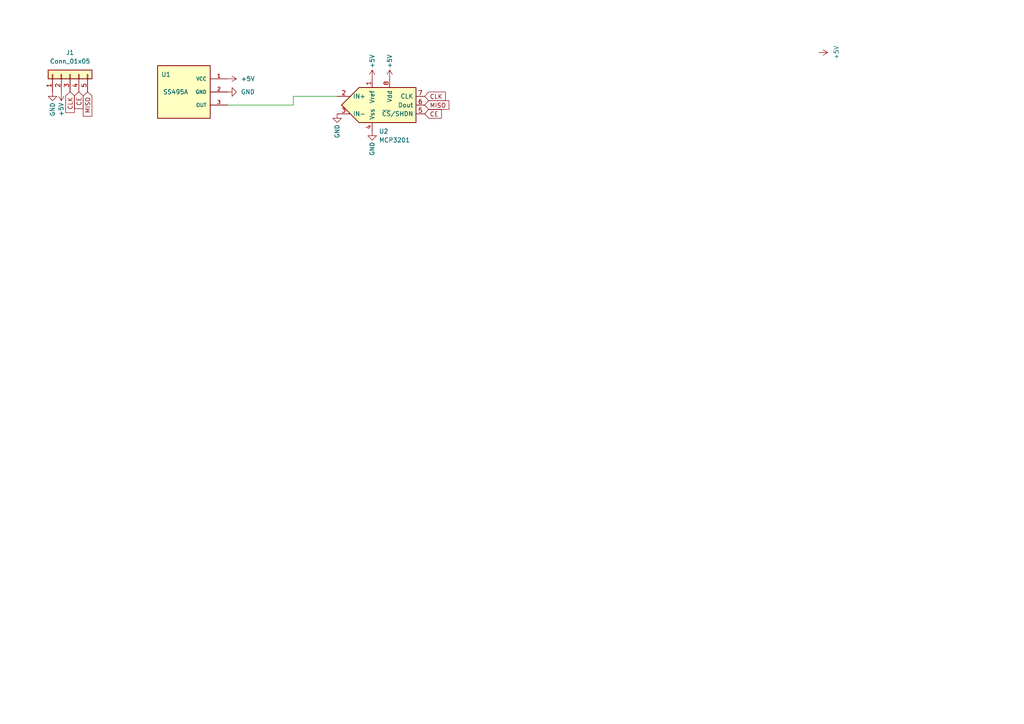
<source format=kicad_sch>
(kicad_sch (version 20230121) (generator eeschema)
  (paper "A4")
  (lib_symbols
    (symbol "+5V_1" (power) (pin_names (offset 0))
      (property "Value" "+5V_1" (at 0 3.556 0))
      (symbol "+5V_1_0_1"
        (polyline (pts (xy -0.762 1.27) (xy 0 2.54)))
        (polyline (pts (xy 0 0) (xy 0 2.54)))
        (polyline (pts (xy 0 2.54) (xy 0.762 1.27)))
      )
      (symbol "+5V_1_1_1"
        (pin power_in line (at 0 0 90) (length 0) hide (name "+5V") (number "1"))
      )
    )
    (symbol "Analog_ADC:MCP3201" (pin_names (offset 0.762))
      (property "Reference" "U" (at 3.81 8.89 0))
      (property "Value" "MCP3201" (at 3.81 6.35 0))
      (symbol "MCP3201_0_0"
        (polyline (pts (xy -11.43 0) (xy -6.35 5.08) (xy 10.16 5.08) (xy 10.16 -5.08) (xy -6.35 -5.08) (xy -11.43 0)) (stroke (width 0.254)) (fill (type background)))
      )
      (symbol "MCP3201_1_1"
        (pin power_in line (at -2.54 7.62 270) (length 2.54) (name "Vref") (number "1"))
        (pin input line (at -12.7 2.54 0) (length 3.81) (name "IN+") (number "2"))
        (pin input line (at -12.7 -2.54 0) (length 3.81) (name "IN-") (number "3"))
        (pin power_in line (at -2.54 -7.62 90) (length 2.54) (name "Vss") (number "4"))
        (pin input line (at 12.7 -2.54 180) (length 2.54) (name "~{CS}/SHDN") (number "5"))
        (pin output line (at 12.7 0 180) (length 2.54) (name "Dout") (number "6"))
        (pin input line (at 12.7 2.54 180) (length 2.54) (name "CLK") (number "7"))
        (pin power_in line (at 2.54 7.62 270) (length 2.54) (name "Vdd") (number "8"))
      )
    )
    (symbol "Connector_Generic:Conn_01x05" (pin_names (offset 1.016) hide)
      (property "Reference" "J" (at 0 7.62 0))
      (property "Value" "Conn_01x05" (at 0 -7.62 0))
      (symbol "Conn_01x05_1_1"
        (rectangle (start -1.27 -4.953) (end 0 -5.207) (stroke (width 0.1524)))
        (rectangle (start -1.27 -2.413) (end 0 -2.667) (stroke (width 0.1524)))
        (rectangle (start -1.27 0.127) (end 0 -0.127) (stroke (width 0.1524)))
        (rectangle (start -1.27 2.667) (end 0 2.413) (stroke (width 0.1524)))
        (rectangle (start -1.27 5.207) (end 0 4.953) (stroke (width 0.1524)))
        (rectangle (start -1.27 6.35) (end 1.27 -6.35) (stroke (width 0.254)) (fill (type background)))
        (pin passive line (at -5.08 5.08 0) (length 3.81) (name "Pin_1") (number "1"))
        (pin passive line (at -5.08 2.54 0) (length 3.81) (name "Pin_2") (number "2"))
        (pin passive line (at -5.08 0 0) (length 3.81) (name "Pin_3") (number "3"))
        (pin passive line (at -5.08 -2.54 0) (length 3.81) (name "Pin_4") (number "4"))
        (pin passive line (at -5.08 -5.08 0) (length 3.81) (name "Pin_5") (number "5"))
      )
    )
    (symbol "GND_1" (power) (pin_names (offset 0))
      (property "Value" "GND_1" (at 0 -3.81 0))
      (symbol "GND_1_0_1"
        (polyline (pts (xy 0 0) (xy 0 -1.27) (xy 1.27 -1.27) (xy 0 -2.54) (xy -1.27 -1.27) (xy 0 -1.27)))
      )
      (symbol "GND_1_1_1"
        (pin power_in line (at 0 0 270) (length 0) hide (name "GND") (number "1"))
      )
    )
    (symbol "SS495A:SS495A" (pin_names (offset 1.016))
      (property "Reference" "U1" (at -3.81 5.08 0))
      (property "Value" "SS495A" (at 1.27 0 0))
      (symbol "SS495A_0_0"
        (rectangle (start -7.62 -7.62) (end 7.62 7.62) (stroke (width 0.254)) (fill (type background)))
        (pin power_in line (at 12.7 3.81 180) (length 5.08) (name "VCC") (number "1"))
        (pin power_in line (at 12.7 0 180) (length 5.08) (name "GND") (number "2"))
        (pin output line (at 12.7 -3.81 180) (length 5.08) (name "OUT") (number "3"))
      )
    )
    (symbol "power:+5V" (power) (pin_names (offset 0))
      (property "Value" "+5V" (at 0 3.556 0))
      (symbol "+5V_0_1"
        (polyline (pts (xy -0.762 1.27) (xy 0 2.54)))
        (polyline (pts (xy 0 0) (xy 0 2.54)))
        (polyline (pts (xy 0 2.54) (xy 0.762 1.27)))
      )
      (symbol "+5V_1_1"
        (pin power_in line (at 0 0 90) (length 0) hide (name "+5V") (number "1"))
      )
    )
    (symbol "power:GND" (power) (pin_names (offset 0))
      (property "Value" "GND" (at 0 -3.81 0))
      (symbol "GND_0_1"
        (polyline (pts (xy 0 0) (xy 0 -1.27) (xy 1.27 -1.27) (xy 0 -2.54) (xy -1.27 -1.27) (xy 0 -1.27)))
      )
      (symbol "GND_1_1"
        (pin power_in line (at 0 0 270) (length 0) hide (name "GND") (number "1"))
      )
    )
  )
  (wire (pts (xy 66.04 30.48) (xy 85.09 30.48)))
  (wire (pts (xy 85.09 27.94) (xy 97.79 27.94)))
  (wire (pts (xy 85.09 30.48) (xy 85.09 27.94)))
  (global_label "CLK" (shape input) (at 20.32 26.67 270) (property "Intersheetrefs" "${INTERSHEET_REFS}" (effects hide)))
  (global_label "MISO" (shape input) (at 25.4 26.67 270) (property "Intersheetrefs" "${INTERSHEET_REFS}" (effects hide)))
  (global_label "MISO" (shape input) (at 123.19 30.48 0) (property "Intersheetrefs" "${INTERSHEET_REFS}" (effects hide)))
  (global_label "CE" (shape input) (at 123.19 33.02 0) (property "Intersheetrefs" "${INTERSHEET_REFS}" (effects hide)))
  (global_label "CE" (shape input) (at 22.86 26.67 270) (property "Intersheetrefs" "${INTERSHEET_REFS}" (effects hide)))
  (global_label "CLK" (shape input) (at 123.19 27.94 0) (property "Intersheetrefs" "${INTERSHEET_REFS}" (effects hide)))
  (symbol (lib_id "power:GND") (at 97.79 33.02 0) (unit 1)
    (property "Reference" "#PWR03" (effects hide))
    (property "Value" "GND" (at 97.79 38.1 90))
  )
  (symbol (lib_name "GND_1") (lib_id "power:GND") (at 66.04 26.67 90) (unit 1)
    (property "Reference" "#PWR02" (effects hide))
    (property "Value" "GND" (at 69.85 26.67 90) (effects (justify right)))
  )
  (symbol (lib_id "power:+5V") (at 107.95 22.86 0) (unit 1)
    (property "Reference" "#PWR05" (effects hide))
    (property "Value" "+5V" (at 107.95 17.78 90))
  )
  (symbol (lib_id "power:GND") (at 15.24 26.67 0) (unit 1)
    (property "Reference" "#PWR0106" (effects hide))
    (property "Value" "GND" (at 15.24 31.75 90))
  )
  (symbol (lib_id "power:+5V") (at 237.49 15.24 270) (unit 1)
    (property "Reference" "#PWR0123" (effects hide))
    (property "Value" "+5V" (at 242.57 15.24 0))
  )
  (symbol (lib_id "power:+5V") (at 17.78 26.67 180) (unit 1)
    (property "Reference" "#PWR0105" (effects hide))
    (property "Value" "+5V" (at 17.78 31.75 90))
  )
  (symbol (lib_id "Connector_Generic:Conn_01x05") (at 20.32 21.59 90) (unit 1)
    (property "Reference" "J1" (at 20.32 15.24 90))
    (property "Value" "Conn_01x05" (at 20.32 17.78 90))
    (property "Footprint" "Connector_JST:JST_XH_B5B-XH-A_1x05_P2.50mm_Vertical" (effects hide))
  )
  (symbol (lib_id "power:+5V") (at 113.03 22.86 0) (unit 1)
    (property "Reference" "#PWR06" (effects hide))
    (property "Value" "+5V" (at 113.03 17.78 90))
  )
  (symbol (lib_id "SS495A:SS495A") (at 53.34 26.67 0) (unit 1)
    (property "Reference" "U1" (at 49.53 21.59 0) (effects (justify right)))
    (property "Value" "SS495A" (at 54.61 26.67 0) (effects (justify right)))
    (property "Footprint" "MyLibrary:SS49E-T2" (effects hide))
    (property "MANUFACTURER" "Honeywell" (effects hide))
    (property "PARTREV" "Issue 3" (effects hide))
    (property "STANDARD" "Manufacturer Recommendation" (effects hide))
    (property "SNAPEDA_PN" "SS495A" (effects hide))
    (property "MAXIMUM_PACKAGE_HEIGHT" "4.59 mm" (effects hide))
  )
  (symbol (lib_name "+5V_1") (lib_id "power:+5V") (at 66.04 22.86 270) (unit 1)
    (property "Reference" "#PWR01" (effects hide))
    (property "Value" "+5V" (at 69.85 22.86 90) (effects (justify left)))
  )
  (symbol (lib_id "power:GND") (at 107.95 38.1 0) (unit 1)
    (property "Reference" "#PWR04" (effects hide))
    (property "Value" "GND" (at 107.95 43.18 90))
  )
  (symbol (lib_id "Analog_ADC:MCP3201") (at 110.49 30.48 0) (unit 1)
    (property "Reference" "U2" (at 109.9059 38.1 0) (effects (justify left)))
    (property "Value" "MCP3201" (at 109.9059 40.64 0) (effects (justify left)))
    (property "Footprint" "Package_SO:SOIC-8_3.9x4.9mm_P1.27mm" (effects hide))
    (property "Datasheet" "http://ww1.microchip.com/downloads/en/DeviceDoc/21290D.pdf" (effects hide))
  )
)
</source>
